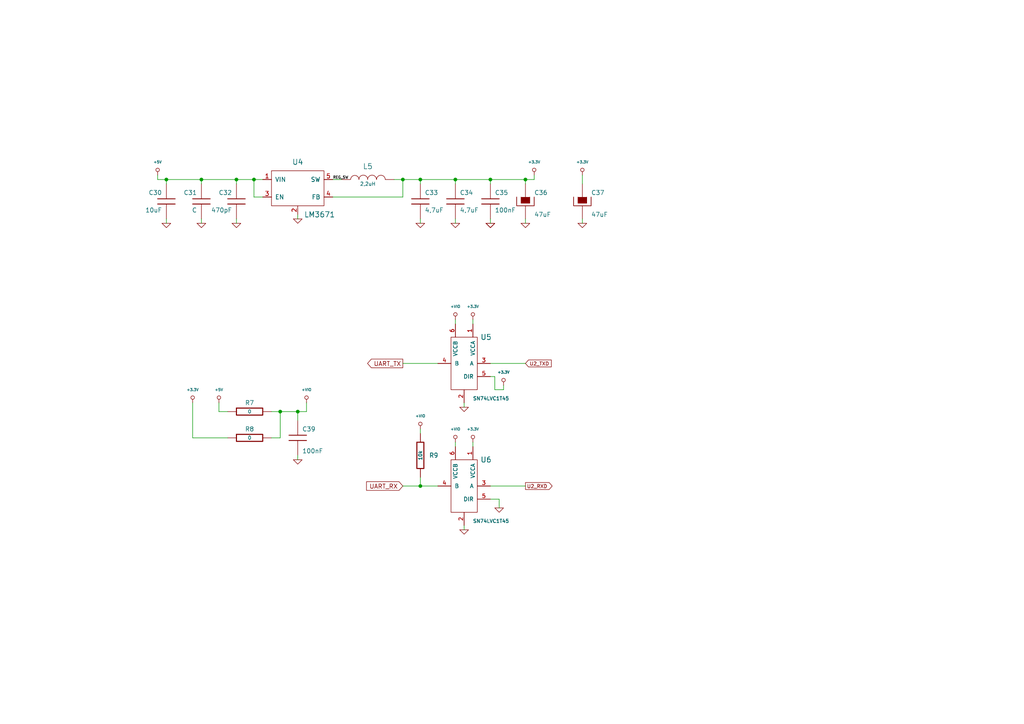
<source format=kicad_sch>
(kicad_sch (version 20211123) (generator eeschema)
  (paper "A4")
  (title_block (title "CowDIN-3B-ESP32 : Power supply") (date "2022-05-17") (rev "1") (company "Agilack") (comment 1 "License: CC-by-SA"))
  (lib_symbols
    (symbol "cowdin-3b-esp32:+3.3V" (power) (pin_names (offset 0))
      (property "Value" "+3.3V" (at 0 2.794 0))
      (symbol "+3.3V_0_0"
        (pin power_in line (at 0 0 90) (length 0) hide (name "+3.3V") (number "1"))
      )
      (symbol "+3.3V_0_1"
        (polyline (pts (xy 0 0) (xy 0 1.016) (xy 0 1.016)))
        (circle (center 0 1.524) (radius 0.508))
      )
    )
    (symbol "cowdin-3b-esp32:+5V" (power) (pin_names (offset 0))
      (property "Value" "+5V" (at 0 2.794 0))
      (symbol "+5V_0_0"
        (pin power_in line (at 0 0 90) (length 0) hide (name "+5V") (number "1"))
      )
      (symbol "+5V_0_1"
        (polyline (pts (xy 0 0) (xy 0 1.016) (xy 0 1.016)))
        (circle (center 0 1.524) (radius 0.508))
      )
    )
    (symbol "cowdin-3b-esp32:+VIO" (power) (pin_names (offset 0))
      (property "Value" "+VIO" (at 0 2.794 0))
      (symbol "+VIO_0_0"
        (pin power_in line (at 0 0 90) (length 0) hide (name "+VIO") (number "1"))
      )
      (symbol "+VIO_0_1"
        (polyline (pts (xy 0 0) (xy 0 1.016) (xy 0 1.016)))
        (circle (center 0 1.524) (radius 0.508))
      )
    )
    (symbol "cowdin-3b-esp32:C" (pin_numbers hide) (pin_names (offset 0.254))
      (property "Reference" "C" (at 1.27 2.54 0))
      (property "Value" "C" (at 1.27 -2.54 0))
      (symbol "C_0_1"
        (polyline (pts (xy -2.54 -0.762) (xy 2.54 -0.762)) (stroke (width 0.254)))
        (polyline (pts (xy -2.54 0.762) (xy 2.54 0.762)) (stroke (width 0.254)))
      )
      (symbol "C_1_1"
        (pin passive line (at 0 5.08 270) (length 4.318) (name "~") (number "1"))
        (pin passive line (at 0 -5.08 90) (length 4.318) (name "~") (number "2"))
      )
    )
    (symbol "cowdin-3b-esp32:CP" (pin_numbers hide) (pin_names (offset 0.254) hide)
      (property "Reference" "C" (at 1.27 2.54 0))
      (property "Value" "CP" (at 1.27 -2.54 0))
      (symbol "CP_0_1"
        (polyline (pts (xy -2.54 1.27) (xy -2.54 -1.27) (xy 2.54 -1.27) (xy 2.54 1.27)) (stroke (width 0.2032)))
        (polyline (pts (xy -1.27 1.27) (xy -1.27 -0.508) (xy 1.27 -0.508) (xy 1.27 1.27)) (fill (type outline)))
      )
      (symbol "CP_1_1"
        (pin passive line (at 0 5.08 270) (length 3.81) (name "~") (number "1"))
        (pin passive line (at 0 -5.08 90) (length 3.81) (name "~") (number "2"))
      )
    )
    (symbol "cowdin-3b-esp32:GND" (power) (pin_names (offset 0))
      (symbol "GND_0_1"
        (polyline (pts (xy -1.27 0) (xy 0 -1.27) (xy 1.27 0) (xy -1.27 0)))
      )
      (symbol "GND_1_1"
        (pin power_in line (at 0 0 90) (length 0) hide (name "GND") (number "1"))
      )
    )
    (symbol "cowdin-3b-esp32:INDUCTOR" (pin_numbers hide) (pin_names (offset 1.016) hide)
      (property "Reference" "L" (at -1.27 0 90))
      (property "Value" "INDUCTOR" (at 2.54 0 90))
      (symbol "INDUCTOR_0_1"
        (arc (start 0.0254 -5.0546) (mid 1.245 -3.7973) (end 0.0254 -2.54))
        (arc (start 0.0254 -2.5146) (mid 1.2704 -1.2319) (end 0.0254 0.0508))
        (arc (start 0.0254 0.0254) (mid 1.2704 1.3081) (end 0.0254 2.5908))
        (arc (start 0.0254 2.5654) (mid 1.1942 3.7719) (end 0.0254 4.9784))
      )
      (symbol "INDUCTOR_1_1"
        (pin passive line (at 0 7.62 270) (length 2.54) (name "1") (number "1"))
        (pin passive line (at 0 -7.62 90) (length 2.54) (name "2") (number "2"))
      )
    )
    (symbol "cowdin-3b-esp32:LM3671" (pin_names (offset 1.016))
      (property "Reference" "U" (at 0 0 0))
      (property "Value" "LM3671" (at 0 6.35 0))
      (symbol "LM3671_0_1"
        (rectangle (start -7.62 5.08) (end 7.62 -5.08))
      )
      (symbol "LM3671_1_1"
        (pin power_in line (at -10.16 2.54 0) (length 2.54) (name "VIN") (number "1"))
        (pin power_in line (at 0 -7.62 90) (length 2.54) (name "~") (number "2"))
        (pin input line (at -10.16 -2.54 0) (length 2.54) (name "EN") (number "3"))
        (pin input line (at 10.16 -2.54 180) (length 2.54) (name "FB") (number "4"))
        (pin power_out line (at 10.16 2.54 180) (length 2.54) (name "SW") (number "5"))
      )
    )
    (symbol "cowdin-3b-esp32:R" (pin_numbers hide) (pin_names (offset 0))
      (property "Reference" "R" (at 2.032 0 90))
      (property "Value" "R" (at 0 0 90))
      (symbol "R_0_1"
        (rectangle (start -1.016 3.81) (end 1.016 -3.81) (stroke (width 0.3048)))
      )
      (symbol "R_1_1"
        (pin passive line (at 0 6.35 270) (length 2.54) (name "~") (number "1"))
        (pin passive line (at 0 -6.35 90) (length 2.54) (name "~") (number "2"))
      )
    )
    (symbol "cowdin-3b-esp32:SN74LVC1T45" (pin_names (offset 1.016))
      (property "Reference" "U" (at 2.54 -6.35 0))
      (property "Value" "SN74LVC1T45" (at 5.08 -6.35 90))
      (symbol "SN74LVC1T45_0_1"
        (rectangle (start -3.81 7.62) (end 3.81 -7.62))
      )
      (symbol "SN74LVC1T45_1_1"
        (pin power_in line (at -2.54 11.43 270) (length 3.81) (name "VCCA") (number "1"))
        (pin power_in line (at 0 -11.43 90) (length 3.81) (name "~") (number "2"))
        (pin output line (at -7.62 0 0) (length 3.81) (name "A") (number "3"))
        (pin bidirectional line (at 7.62 0 180) (length 3.81) (name "B") (number "4"))
        (pin input line (at -7.62 -3.81 0) (length 3.81) (name "DIR") (number "5"))
        (pin power_in line (at 2.54 11.43 270) (length 3.81) (name "VCCB") (number "6"))
      )
    )
  )
  (junction (at 116.84 52.07))
  (junction (at 142.24 52.07))
  (junction (at 48.26 52.07))
  (junction (at 81.28 119.38))
  (junction (at 132.08 52.07))
  (junction (at 58.42 52.07))
  (junction (at 152.4 52.07))
  (junction (at 86.36 119.38))
  (junction (at 73.66 52.07))
  (junction (at 121.92 140.97))
  (junction (at 68.58 52.07))
  (junction (at 121.92 52.07))
  (wire (pts (xy 154.94 52.07) (xy 154.94 50.8)))
  (wire (pts (xy 58.42 52.07) (xy 68.58 52.07)))
  (wire (pts (xy 134.62 152.4) (xy 134.62 153.67)))
  (wire (pts (xy 88.9 116.84) (xy 88.9 119.38)))
  (wire (pts (xy 68.58 52.07) (xy 73.66 52.07)))
  (wire (pts (xy 146.05 113.03) (xy 146.05 111.76)))
  (wire (pts (xy 86.36 132.08) (xy 86.36 133.35)))
  (wire (pts (xy 132.08 128.27) (xy 132.08 129.54)))
  (wire (pts (xy 45.72 52.07) (xy 48.26 52.07)))
  (wire (pts (xy 152.4 52.07) (xy 152.4 53.34)))
  (wire (pts (xy 76.2 57.15) (xy 73.66 57.15)))
  (wire (pts (xy 121.92 52.07) (xy 132.08 52.07)))
  (wire (pts (xy 86.36 62.23) (xy 86.36 63.5)))
  (wire (pts (xy 142.24 105.41) (xy 152.4 105.41)))
  (wire (pts (xy 132.08 63.5) (xy 132.08 64.77)))
  (wire (pts (xy 121.92 124.46) (xy 121.92 125.73)))
  (wire (pts (xy 121.92 52.07) (xy 121.92 53.34)))
  (wire (pts (xy 168.91 50.8) (xy 168.91 53.34)))
  (wire (pts (xy 55.88 116.84) (xy 55.88 127)))
  (wire (pts (xy 132.08 52.07) (xy 142.24 52.07)))
  (wire (pts (xy 63.5 119.38) (xy 66.04 119.38)))
  (wire (pts (xy 132.08 52.07) (xy 132.08 53.34)))
  (wire (pts (xy 48.26 52.07) (xy 48.26 53.34)))
  (wire (pts (xy 116.84 52.07) (xy 121.92 52.07)))
  (wire (pts (xy 137.16 128.27) (xy 137.16 129.54)))
  (wire (pts (xy 142.24 52.07) (xy 152.4 52.07)))
  (wire (pts (xy 73.66 52.07) (xy 73.66 57.15)))
  (wire (pts (xy 142.24 52.07) (xy 142.24 53.34)))
  (wire (pts (xy 142.24 109.22) (xy 143.51 109.22)))
  (wire (pts (xy 121.92 138.43) (xy 121.92 140.97)))
  (wire (pts (xy 81.28 119.38) (xy 86.36 119.38)))
  (wire (pts (xy 121.92 63.5) (xy 121.92 64.77)))
  (wire (pts (xy 96.52 57.15) (xy 116.84 57.15)))
  (wire (pts (xy 86.36 119.38) (xy 86.36 121.92)))
  (wire (pts (xy 142.24 63.5) (xy 142.24 64.77)))
  (wire (pts (xy 168.91 63.5) (xy 168.91 64.77)))
  (wire (pts (xy 143.51 109.22) (xy 143.51 113.03)))
  (wire (pts (xy 81.28 119.38) (xy 78.74 119.38)))
  (wire (pts (xy 142.24 140.97) (xy 152.4 140.97)))
  (wire (pts (xy 142.24 144.78) (xy 144.78 144.78)))
  (wire (pts (xy 96.52 52.07) (xy 99.06 52.07)))
  (wire (pts (xy 88.9 119.38) (xy 86.36 119.38)))
  (wire (pts (xy 68.58 52.07) (xy 68.58 53.34)))
  (wire (pts (xy 132.08 92.71) (xy 132.08 93.98)))
  (wire (pts (xy 152.4 63.5) (xy 152.4 64.77)))
  (wire (pts (xy 81.28 127) (xy 81.28 119.38)))
  (wire (pts (xy 48.26 63.5) (xy 48.26 64.77)))
  (wire (pts (xy 78.74 127) (xy 81.28 127)))
  (wire (pts (xy 121.92 140.97) (xy 127 140.97)))
  (wire (pts (xy 55.88 127) (xy 66.04 127)))
  (wire (pts (xy 116.84 52.07) (xy 116.84 57.15)))
  (wire (pts (xy 58.42 52.07) (xy 58.42 53.34)))
  (wire (pts (xy 114.3 52.07) (xy 116.84 52.07)))
  (wire (pts (xy 45.72 50.8) (xy 45.72 52.07)))
  (wire (pts (xy 134.62 116.84) (xy 134.62 118.11)))
  (wire (pts (xy 116.84 140.97) (xy 121.92 140.97)))
  (wire (pts (xy 48.26 52.07) (xy 58.42 52.07)))
  (wire (pts (xy 63.5 116.84) (xy 63.5 119.38)))
  (wire (pts (xy 58.42 63.5) (xy 58.42 64.77)))
  (wire (pts (xy 73.66 52.07) (xy 76.2 52.07)))
  (wire (pts (xy 116.84 105.41) (xy 127 105.41)))
  (wire (pts (xy 144.78 144.78) (xy 144.78 147.32)))
  (wire (pts (xy 137.16 92.71) (xy 137.16 93.98)))
  (wire (pts (xy 152.4 52.07) (xy 154.94 52.07)))
  (wire (pts (xy 68.58 63.5) (xy 68.58 64.77)))
  (wire (pts (xy 143.51 113.03) (xy 146.05 113.03)))
  (label "REG_SW" (at 96.52 52.07 0) (effects (font (size 0.762 0.762))))
  (global_label "U2_RXD" (shape output) (at 152.4 140.97 0) (effects (font (size 1.016 1.016))) (property "Intersheet References" "${INTERSHEET_REFS}" (effects hide)))
  (global_label "U2_TXD" (shape input) (at 152.4 105.41 0) (effects (font (size 1.016 1.016))) (property "Intersheet References" "${INTERSHEET_REFS}" (effects hide)))
  (global_label "UART_TX" (shape output) (at 116.84 105.41 180) (property "Intersheet References" "${INTERSHEET_REFS}" (effects hide)))
  (global_label "UART_RX" (shape input) (at 116.84 140.97 180) (property "Intersheet References" "${INTERSHEET_REFS}" (effects hide)))
  (symbol (lib_id "cowdin-3b-esp32:INDUCTOR") (at 106.68 52.07 90) (unit 1)
    (property "Reference" "L5" (at 106.68 48.26 90) (effects (font (size 1.524 1.524))))
    (property "Value" "2,2uH" (at 106.68 53.34 90) (effects (font (size 1.016 1.016))))
    (property "Footprint" "cowdin-3b-esp32:I_CDRH2D14" (effects hide))
  )
  (symbol (lib_id "cowdin-3b-esp32:GND") (at 48.26 64.77 0) (unit 1)
    (property "Reference" "#PWR0165" (effects hide))
    (property "Value" "GND" (effects hide))
  )
  (symbol (lib_id "cowdin-3b-esp32:+5V") (at 63.5 116.84 0) (unit 1)
    (property "Reference" "#PWR0186" (effects hide))
    (property "Value" "+5V" (at 63.5 113.03 0) (effects (font (size 0.762 0.762))))
  )
  (symbol (lib_id "cowdin-3b-esp32:GND") (at 86.36 133.35 0) (unit 1)
    (property "Reference" "#PWR0195" (effects hide))
    (property "Value" "GND" (effects hide))
  )
  (symbol (lib_id "cowdin-3b-esp32:GND") (at 68.58 64.77 0) (unit 1)
    (property "Reference" "#PWR0164" (effects hide))
    (property "Value" "GND" (effects hide))
  )
  (symbol (lib_id "cowdin-3b-esp32:+3.3V") (at 137.16 92.71 0) (unit 1)
    (property "Reference" "#PWR0181" (effects hide))
    (property "Value" "+3.3V" (at 137.16 88.9 0) (effects (font (size 0.762 0.762))))
  )
  (symbol (lib_id "cowdin-3b-esp32:+5V") (at 45.72 50.8 0) (unit 1)
    (property "Reference" "#PWR0163" (effects hide))
    (property "Value" "+5V" (at 45.72 46.99 0) (effects (font (size 0.762 0.762))))
  )
  (symbol (lib_id "cowdin-3b-esp32:GND") (at 142.24 64.77 0) (unit 1)
    (property "Reference" "#PWR0172" (effects hide))
    (property "Value" "GND" (effects hide))
  )
  (symbol (lib_id "cowdin-3b-esp32:GND") (at 134.62 118.11 0) (unit 1)
    (property "Reference" "#PWR0180" (effects hide))
    (property "Value" "GND" (effects hide))
  )
  (symbol (lib_id "cowdin-3b-esp32:GND") (at 152.4 64.77 0) (unit 1)
    (property "Reference" "#PWR0171" (effects hide))
    (property "Value" "GND" (effects hide))
  )
  (symbol (lib_id "cowdin-3b-esp32:+VIO") (at 88.9 116.84 0) (unit 1)
    (property "Reference" "#PWR0192" (effects hide))
    (property "Value" "+VIO" (at 88.9 113.03 0) (effects (font (size 0.762 0.762))))
  )
  (symbol (lib_id "cowdin-3b-esp32:GND") (at 58.42 64.77 0) (unit 1)
    (property "Reference" "#PWR0167" (effects hide))
    (property "Value" "GND" (effects hide))
  )
  (symbol (lib_id "cowdin-3b-esp32:C") (at 121.92 58.42 0) (unit 1)
    (property "Reference" "C33" (at 123.19 55.88 0) (effects (justify left)))
    (property "Value" "4,7uF" (at 123.19 60.96 0) (effects (justify left)))
    (property "Footprint" "cowdin-3b-esp32:SMD0603" (effects hide))
  )
  (symbol (lib_id "cowdin-3b-esp32:+3.3V") (at 55.88 116.84 0) (unit 1)
    (property "Reference" "#PWR0194" (effects hide))
    (property "Value" "+3.3V" (at 55.88 113.03 0) (effects (font (size 0.762 0.762))))
  )
  (symbol (lib_id "cowdin-3b-esp32:+3.3V") (at 137.16 128.27 0) (unit 1)
    (property "Reference" "#PWR0187" (effects hide))
    (property "Value" "+3.3V" (at 137.16 124.46 0) (effects (font (size 0.762 0.762))))
  )
  (symbol (lib_id "cowdin-3b-esp32:CP") (at 152.4 58.42 0) (unit 1)
    (property "Reference" "C36" (at 154.94 55.88 0) (effects (justify left)))
    (property "Value" "47uF" (at 154.94 62.23 0) (effects (justify left)))
    (property "Footprint" "cowdin-3b-esp32:C_1210" (effects hide))
  )
  (symbol (lib_id "cowdin-3b-esp32:C") (at 132.08 58.42 0) (unit 1)
    (property "Reference" "C34" (at 133.35 55.88 0) (effects (justify left)))
    (property "Value" "4,7uF" (at 133.35 60.96 0) (effects (justify left)))
    (property "Footprint" "cowdin-3b-esp32:SMD0603" (effects hide))
  )
  (symbol (lib_id "cowdin-3b-esp32:GND") (at 134.62 153.67 0) (unit 1)
    (property "Reference" "#PWR0184" (effects hide))
    (property "Value" "GND" (effects hide))
  )
  (symbol (lib_id "cowdin-3b-esp32:GND") (at 142.24 64.77 0) (unit 1)
    (property "Reference" "#PWR0170" (effects hide))
    (property "Value" "GND" (effects hide))
  )
  (symbol (lib_id "cowdin-3b-esp32:+VIO") (at 132.08 92.71 0) (unit 1)
    (property "Reference" "#PWR0182" (effects hide))
    (property "Value" "+VIO" (at 132.08 88.9 0) (effects (font (size 0.762 0.762))))
  )
  (symbol (lib_id "cowdin-3b-esp32:+VIO") (at 121.92 124.46 0) (unit 1)
    (property "Reference" "#PWR0188" (effects hide))
    (property "Value" "+VIO" (at 121.92 120.65 0) (effects (font (size 0.762 0.762))))
  )
  (symbol (lib_id "cowdin-3b-esp32:GND") (at 144.78 147.32 0) (unit 1)
    (property "Reference" "#PWR0185" (effects hide))
    (property "Value" "GND" (effects hide))
  )
  (symbol (lib_id "cowdin-3b-esp32:R") (at 72.39 119.38 90) (unit 1)
    (property "Reference" "R7" (at 72.39 116.84 90))
    (property "Value" "0" (at 72.39 119.38 90) (effects (font (size 1.016 1.016))))
    (property "Footprint" "cowdin-3b-esp32:SMD0603" (effects hide))
  )
  (symbol (lib_id "cowdin-3b-esp32:GND") (at 121.92 64.77 0) (unit 1)
    (property "Reference" "#PWR0168" (effects hide))
    (property "Value" "GND" (effects hide))
  )
  (symbol (lib_id "cowdin-3b-esp32:C") (at 86.36 127 0) (unit 1)
    (property "Reference" "C39" (at 87.63 124.46 0) (effects (justify left)))
    (property "Value" "100nF" (at 87.63 130.81 0) (effects (justify left)))
    (property "Footprint" "cowdin-3b-esp32:SMD0603" (effects hide))
  )
  (symbol (lib_id "cowdin-3b-esp32:C") (at 68.58 58.42 0) (unit 1)
    (property "Reference" "C32" (at 67.31 55.88 0) (effects (justify right)))
    (property "Value" "470pF" (at 67.31 60.96 0) (effects (justify right)))
    (property "Footprint" "cowdin-3b-esp32:SMD0603" (effects hide))
  )
  (symbol (lib_id "cowdin-3b-esp32:+VIO") (at 132.08 128.27 0) (unit 1)
    (property "Reference" "#PWR0191" (effects hide))
    (property "Value" "+VIO" (at 132.08 124.46 0) (effects (font (size 0.762 0.762))))
  )
  (symbol (lib_id "cowdin-3b-esp32:C") (at 142.24 58.42 0) (unit 1)
    (property "Reference" "C35" (at 143.51 55.88 0) (effects (justify left)))
    (property "Value" "100nF" (at 143.51 60.96 0) (effects (justify left)))
    (property "Footprint" "cowdin-3b-esp32:SMD0603" (effects hide))
  )
  (symbol (lib_id "cowdin-3b-esp32:C") (at 58.42 58.42 0) (unit 1)
    (property "Reference" "C31" (at 57.15 55.88 0) (effects (justify right)))
    (property "Value" "C" (at 57.15 60.96 0) (effects (justify right)))
    (property "Footprint" "cowdin-3b-esp32:SMD0805" (effects hide))
  )
  (symbol (lib_id "cowdin-3b-esp32:GND") (at 86.36 63.5 0) (unit 1)
    (property "Reference" "#PWR0166" (effects hide))
    (property "Value" "GND" (effects hide))
  )
  (symbol (lib_id "cowdin-3b-esp32:GND") (at 168.91 64.77 0) (unit 1)
    (property "Reference" "#PWR0177" (effects hide))
    (property "Value" "GND" (effects hide))
  )
  (symbol (lib_id "cowdin-3b-esp32:C") (at 48.26 58.42 0) (unit 1)
    (property "Reference" "C30" (at 46.99 55.88 0) (effects (justify right)))
    (property "Value" "10uF" (at 46.99 60.96 0) (effects (justify right)))
    (property "Footprint" "cowdin-3b-esp32:C_1210" (effects hide))
  )
  (symbol (lib_id "cowdin-3b-esp32:CP") (at 168.91 58.42 0) (unit 1)
    (property "Reference" "C37" (at 171.45 55.88 0) (effects (justify left)))
    (property "Value" "47uF" (at 171.45 62.23 0) (effects (justify left)))
    (property "Footprint" "cowdin-3b-esp32:C_1210" (effects hide))
  )
  (symbol (lib_id "cowdin-3b-esp32:R") (at 72.39 127 90) (unit 1)
    (property "Reference" "R8" (at 72.39 124.46 90))
    (property "Value" "0" (at 72.39 127 90) (effects (font (size 1.016 1.016))))
    (property "Footprint" "cowdin-3b-esp32:SMD0603" (effects hide))
  )
  (symbol (lib_id "cowdin-3b-esp32:SN74LVC1T45") (at 134.62 140.97 0) (mirror y) (unit 1)
    (property "Reference" "U6" (at 140.97 133.35 0) (effects (font (size 1.524 1.524))))
    (property "Value" "SN74LVC1T45" (at 137.16 151.13 0) (effects (font (size 1.016 1.016)) (justify right)))
    (property "Footprint" "cowdin-3b-esp32:SOT23-6" (effects hide))
  )
  (symbol (lib_id "cowdin-3b-esp32:GND") (at 132.08 64.77 0) (unit 1)
    (property "Reference" "#PWR0169" (effects hide))
    (property "Value" "GND" (effects hide))
  )
  (symbol (lib_id "cowdin-3b-esp32:+3.3V") (at 168.91 50.8 0) (unit 1)
    (property "Reference" "#PWR0176" (effects hide))
    (property "Value" "+3.3V" (at 168.91 46.99 0) (effects (font (size 0.762 0.762))))
  )
  (symbol (lib_id "cowdin-3b-esp32:R") (at 121.92 132.08 0) (unit 1)
    (property "Reference" "R9" (at 124.46 132.08 0) (effects (justify left)))
    (property "Value" "10k" (at 121.92 132.08 90) (effects (font (size 1.016 1.016))))
    (property "Footprint" "cowdin-3b-esp32:SMD0603" (effects hide))
  )
  (symbol (lib_id "cowdin-3b-esp32:+3.3V") (at 146.05 111.76 0) (unit 1)
    (property "Reference" "#PWR0183" (effects hide))
    (property "Value" "+3.3V" (at 146.05 107.95 0) (effects (font (size 0.762 0.762))))
  )
  (symbol (lib_id "cowdin-3b-esp32:SN74LVC1T45") (at 134.62 105.41 0) (mirror y) (unit 1)
    (property "Reference" "U5" (at 140.97 97.79 0) (effects (font (size 1.524 1.524))))
    (property "Value" "SN74LVC1T45" (at 137.16 115.57 0) (effects (font (size 1.016 1.016)) (justify right)))
    (property "Footprint" "cowdin-3b-esp32:SOT23-6" (effects hide))
  )
  (symbol (lib_id "cowdin-3b-esp32:+3.3V") (at 154.94 50.8 0) (unit 1)
    (property "Reference" "#PWR0173" (effects hide))
    (property "Value" "+3.3V" (at 154.94 46.99 0) (effects (font (size 0.762 0.762))))
  )
  (symbol (lib_id "cowdin-3b-esp32:LM3671") (at 86.36 54.61 0) (unit 1)
    (property "Reference" "U4" (at 86.36 46.99 0) (effects (font (size 1.524 1.524))))
    (property "Value" "LM3671" (at 92.71 62.23 0) (effects (font (size 1.524 1.524))))
    (property "Footprint" "cowdin-3b-esp32:SOT23-5" (effects hide))
  )
)
</source>
